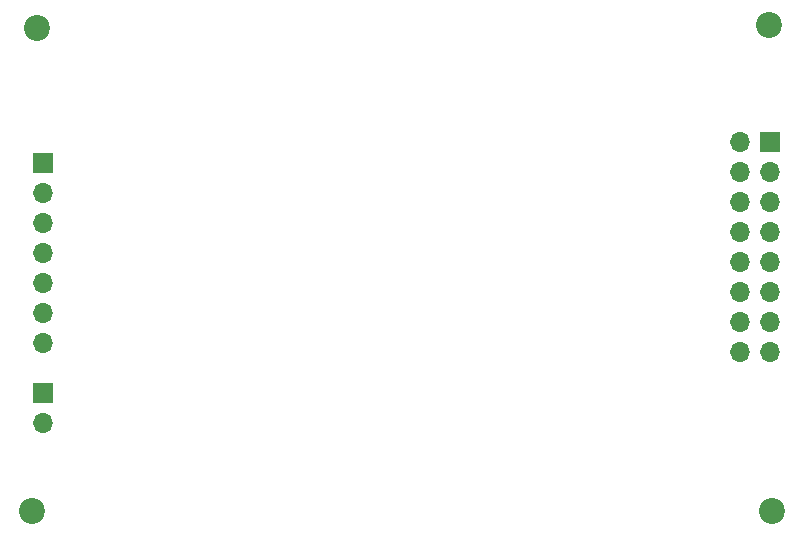
<source format=gbs>
G04 #@! TF.GenerationSoftware,KiCad,Pcbnew,(6.0.8)*
G04 #@! TF.CreationDate,2022-11-26T10:26:50-06:00*
G04 #@! TF.ProjectId,photo_switching,70686f74-6f5f-4737-9769-746368696e67,rev?*
G04 #@! TF.SameCoordinates,Original*
G04 #@! TF.FileFunction,Soldermask,Bot*
G04 #@! TF.FilePolarity,Negative*
%FSLAX46Y46*%
G04 Gerber Fmt 4.6, Leading zero omitted, Abs format (unit mm)*
G04 Created by KiCad (PCBNEW (6.0.8)) date 2022-11-26 10:26:50*
%MOMM*%
%LPD*%
G01*
G04 APERTURE LIST*
%ADD10O,1.700000X1.700000*%
%ADD11R,1.700000X1.700000*%
%ADD12C,2.200000*%
G04 APERTURE END LIST*
D10*
X88925000Y-92583000D03*
X88925000Y-90043000D03*
X88925000Y-87503000D03*
X88925000Y-84963000D03*
X88925000Y-82423000D03*
X88925000Y-79883000D03*
D11*
X88925000Y-77343000D03*
D12*
X150622000Y-106807000D03*
D11*
X150515000Y-75580000D03*
D10*
X147975000Y-75580000D03*
X150515000Y-78120000D03*
X147975000Y-78120000D03*
X150515000Y-80660000D03*
X147975000Y-80660000D03*
X150515000Y-83200000D03*
X147975000Y-83200000D03*
X150515000Y-85740000D03*
X147975000Y-85740000D03*
X150515000Y-88280000D03*
X147975000Y-88280000D03*
X150515000Y-90820000D03*
X147975000Y-90820000D03*
X150515000Y-93360000D03*
X147975000Y-93360000D03*
D12*
X150368000Y-65659000D03*
X88011000Y-106807000D03*
X88392000Y-65913000D03*
D10*
X88925000Y-99334000D03*
D11*
X88925000Y-96794000D03*
M02*

</source>
